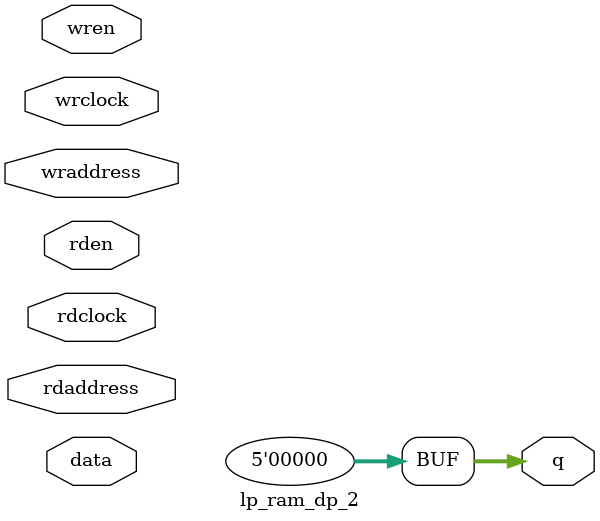
<source format=v>
module lp_ram_dp_2(	// file.cleaned.mlir:2:3
  input  [4:0]  data,	// file.cleaned.mlir:2:29
  input  [12:0] rdaddress,	// file.cleaned.mlir:2:44
  input         rdclock,	// file.cleaned.mlir:2:65
                rden,	// file.cleaned.mlir:2:83
  input  [12:0] wraddress,	// file.cleaned.mlir:2:98
  input         wrclock,	// file.cleaned.mlir:2:119
                wren,	// file.cleaned.mlir:2:137
  output [4:0]  q	// file.cleaned.mlir:2:153
);

  assign q = 5'h0;	// file.cleaned.mlir:3:14, :4:5
endmodule


</source>
